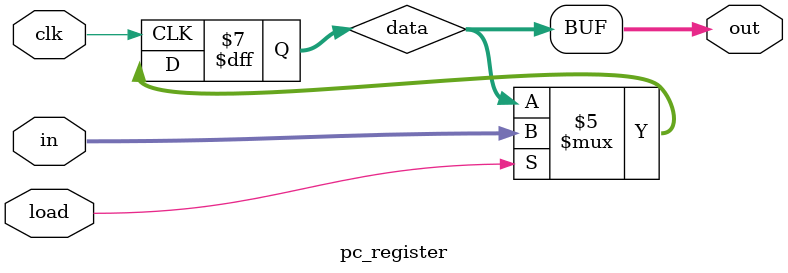
<source format=sv>
module pc_register #(parameter width = 32)
(
    input clk,
    input load,
    input [width-1:0] in,
    output logic [width-1:0] out
);

logic [width-1:0] data;

/* Altera device registers are 0 at power on. Specify this
 * so that Modelsim works as expected.
 */
initial
begin
    data = 32'h00000060;
end

always_ff @(posedge clk)
begin
    if (load)
    begin
        data = in;
    end
end

always_comb
begin
    out = data;
end

endmodule : pc_register

</source>
